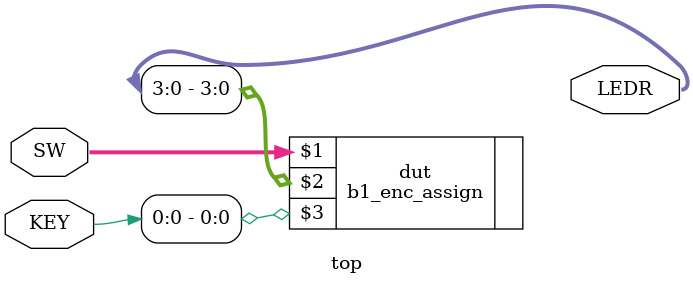
<source format=v>
module top (SW, KEY, LEDR);

    input wire [9:0] SW;        // DE-series switches
    input wire [3:0] KEY;       // DE-series pushbuttons

    output wire [9:0] LEDR;     // DE-series LEDs   

    b1_enc_assign dut (SW[9:0], LEDR[3:0], KEY[0]);
 
endmodule


</source>
